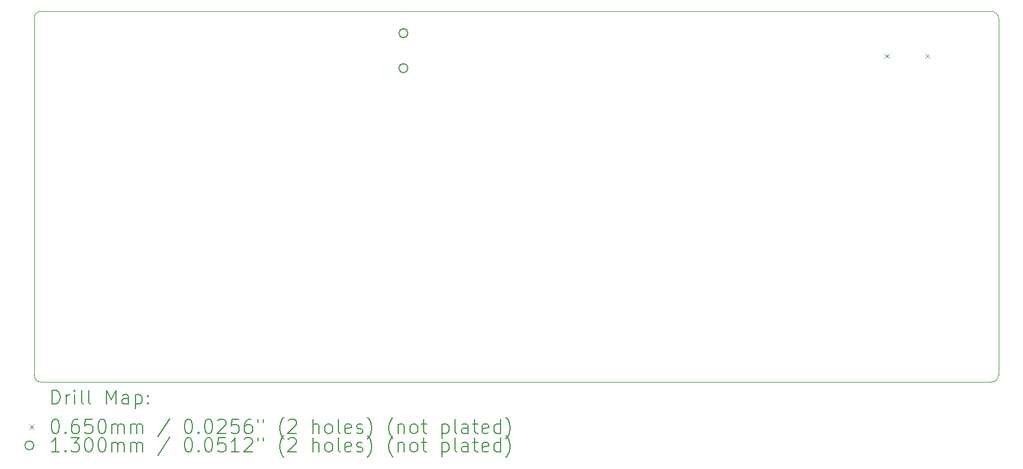
<source format=gbr>
%TF.GenerationSoftware,KiCad,Pcbnew,8.0.0*%
%TF.CreationDate,2024-11-14T18:35:39+01:00*%
%TF.ProjectId,nixie_alarm_main_board,6e697869-655f-4616-9c61-726d5f6d6169,rev?*%
%TF.SameCoordinates,Original*%
%TF.FileFunction,Drillmap*%
%TF.FilePolarity,Positive*%
%FSLAX45Y45*%
G04 Gerber Fmt 4.5, Leading zero omitted, Abs format (unit mm)*
G04 Created by KiCad (PCBNEW 8.0.0) date 2024-11-14 18:35:39*
%MOMM*%
%LPD*%
G01*
G04 APERTURE LIST*
%ADD10C,0.050000*%
%ADD11C,0.200000*%
%ADD12C,0.100000*%
%ADD13C,0.130000*%
G04 APERTURE END LIST*
D10*
X8790000Y-12650000D02*
G75*
G02*
X8690000Y-12550000I0J100000D01*
G01*
X8690000Y-7450000D02*
G75*
G02*
X8790000Y-7350000I100000J0D01*
G01*
X22390000Y-12650000D02*
X8790000Y-12650000D01*
X22490000Y-12550000D02*
G75*
G02*
X22390000Y-12650000I-100000J0D01*
G01*
X8790000Y-7350000D02*
X22390000Y-7350000D01*
X22390000Y-7350000D02*
G75*
G02*
X22490000Y-7450000I0J-100000D01*
G01*
X8690000Y-12550000D02*
X8690000Y-7450000D01*
X22490000Y-7450000D02*
X22490000Y-12550000D01*
D11*
D12*
X20863500Y-7956800D02*
X20928500Y-8021800D01*
X20928500Y-7956800D02*
X20863500Y-8021800D01*
X21441500Y-7956800D02*
X21506500Y-8021800D01*
X21506500Y-7956800D02*
X21441500Y-8021800D01*
D13*
X14040000Y-7662800D02*
G75*
G02*
X13910000Y-7662800I-65000J0D01*
G01*
X13910000Y-7662800D02*
G75*
G02*
X14040000Y-7662800I65000J0D01*
G01*
X14040000Y-8162800D02*
G75*
G02*
X13910000Y-8162800I-65000J0D01*
G01*
X13910000Y-8162800D02*
G75*
G02*
X14040000Y-8162800I65000J0D01*
G01*
D11*
X8948277Y-12963984D02*
X8948277Y-12763984D01*
X8948277Y-12763984D02*
X8995896Y-12763984D01*
X8995896Y-12763984D02*
X9024467Y-12773508D01*
X9024467Y-12773508D02*
X9043515Y-12792555D01*
X9043515Y-12792555D02*
X9053039Y-12811603D01*
X9053039Y-12811603D02*
X9062563Y-12849698D01*
X9062563Y-12849698D02*
X9062563Y-12878269D01*
X9062563Y-12878269D02*
X9053039Y-12916365D01*
X9053039Y-12916365D02*
X9043515Y-12935412D01*
X9043515Y-12935412D02*
X9024467Y-12954460D01*
X9024467Y-12954460D02*
X8995896Y-12963984D01*
X8995896Y-12963984D02*
X8948277Y-12963984D01*
X9148277Y-12963984D02*
X9148277Y-12830650D01*
X9148277Y-12868746D02*
X9157801Y-12849698D01*
X9157801Y-12849698D02*
X9167324Y-12840174D01*
X9167324Y-12840174D02*
X9186372Y-12830650D01*
X9186372Y-12830650D02*
X9205420Y-12830650D01*
X9272086Y-12963984D02*
X9272086Y-12830650D01*
X9272086Y-12763984D02*
X9262563Y-12773508D01*
X9262563Y-12773508D02*
X9272086Y-12783031D01*
X9272086Y-12783031D02*
X9281610Y-12773508D01*
X9281610Y-12773508D02*
X9272086Y-12763984D01*
X9272086Y-12763984D02*
X9272086Y-12783031D01*
X9395896Y-12963984D02*
X9376848Y-12954460D01*
X9376848Y-12954460D02*
X9367324Y-12935412D01*
X9367324Y-12935412D02*
X9367324Y-12763984D01*
X9500658Y-12963984D02*
X9481610Y-12954460D01*
X9481610Y-12954460D02*
X9472086Y-12935412D01*
X9472086Y-12935412D02*
X9472086Y-12763984D01*
X9729229Y-12963984D02*
X9729229Y-12763984D01*
X9729229Y-12763984D02*
X9795896Y-12906841D01*
X9795896Y-12906841D02*
X9862563Y-12763984D01*
X9862563Y-12763984D02*
X9862563Y-12963984D01*
X10043515Y-12963984D02*
X10043515Y-12859222D01*
X10043515Y-12859222D02*
X10033991Y-12840174D01*
X10033991Y-12840174D02*
X10014944Y-12830650D01*
X10014944Y-12830650D02*
X9976848Y-12830650D01*
X9976848Y-12830650D02*
X9957801Y-12840174D01*
X10043515Y-12954460D02*
X10024467Y-12963984D01*
X10024467Y-12963984D02*
X9976848Y-12963984D01*
X9976848Y-12963984D02*
X9957801Y-12954460D01*
X9957801Y-12954460D02*
X9948277Y-12935412D01*
X9948277Y-12935412D02*
X9948277Y-12916365D01*
X9948277Y-12916365D02*
X9957801Y-12897317D01*
X9957801Y-12897317D02*
X9976848Y-12887793D01*
X9976848Y-12887793D02*
X10024467Y-12887793D01*
X10024467Y-12887793D02*
X10043515Y-12878269D01*
X10138753Y-12830650D02*
X10138753Y-13030650D01*
X10138753Y-12840174D02*
X10157801Y-12830650D01*
X10157801Y-12830650D02*
X10195896Y-12830650D01*
X10195896Y-12830650D02*
X10214944Y-12840174D01*
X10214944Y-12840174D02*
X10224467Y-12849698D01*
X10224467Y-12849698D02*
X10233991Y-12868746D01*
X10233991Y-12868746D02*
X10233991Y-12925888D01*
X10233991Y-12925888D02*
X10224467Y-12944936D01*
X10224467Y-12944936D02*
X10214944Y-12954460D01*
X10214944Y-12954460D02*
X10195896Y-12963984D01*
X10195896Y-12963984D02*
X10157801Y-12963984D01*
X10157801Y-12963984D02*
X10138753Y-12954460D01*
X10319705Y-12944936D02*
X10329229Y-12954460D01*
X10329229Y-12954460D02*
X10319705Y-12963984D01*
X10319705Y-12963984D02*
X10310182Y-12954460D01*
X10310182Y-12954460D02*
X10319705Y-12944936D01*
X10319705Y-12944936D02*
X10319705Y-12963984D01*
X10319705Y-12840174D02*
X10329229Y-12849698D01*
X10329229Y-12849698D02*
X10319705Y-12859222D01*
X10319705Y-12859222D02*
X10310182Y-12849698D01*
X10310182Y-12849698D02*
X10319705Y-12840174D01*
X10319705Y-12840174D02*
X10319705Y-12859222D01*
D12*
X8622500Y-13260000D02*
X8687500Y-13325000D01*
X8687500Y-13260000D02*
X8622500Y-13325000D01*
D11*
X8986372Y-13183984D02*
X9005420Y-13183984D01*
X9005420Y-13183984D02*
X9024467Y-13193508D01*
X9024467Y-13193508D02*
X9033991Y-13203031D01*
X9033991Y-13203031D02*
X9043515Y-13222079D01*
X9043515Y-13222079D02*
X9053039Y-13260174D01*
X9053039Y-13260174D02*
X9053039Y-13307793D01*
X9053039Y-13307793D02*
X9043515Y-13345888D01*
X9043515Y-13345888D02*
X9033991Y-13364936D01*
X9033991Y-13364936D02*
X9024467Y-13374460D01*
X9024467Y-13374460D02*
X9005420Y-13383984D01*
X9005420Y-13383984D02*
X8986372Y-13383984D01*
X8986372Y-13383984D02*
X8967324Y-13374460D01*
X8967324Y-13374460D02*
X8957801Y-13364936D01*
X8957801Y-13364936D02*
X8948277Y-13345888D01*
X8948277Y-13345888D02*
X8938753Y-13307793D01*
X8938753Y-13307793D02*
X8938753Y-13260174D01*
X8938753Y-13260174D02*
X8948277Y-13222079D01*
X8948277Y-13222079D02*
X8957801Y-13203031D01*
X8957801Y-13203031D02*
X8967324Y-13193508D01*
X8967324Y-13193508D02*
X8986372Y-13183984D01*
X9138753Y-13364936D02*
X9148277Y-13374460D01*
X9148277Y-13374460D02*
X9138753Y-13383984D01*
X9138753Y-13383984D02*
X9129229Y-13374460D01*
X9129229Y-13374460D02*
X9138753Y-13364936D01*
X9138753Y-13364936D02*
X9138753Y-13383984D01*
X9319705Y-13183984D02*
X9281610Y-13183984D01*
X9281610Y-13183984D02*
X9262563Y-13193508D01*
X9262563Y-13193508D02*
X9253039Y-13203031D01*
X9253039Y-13203031D02*
X9233991Y-13231603D01*
X9233991Y-13231603D02*
X9224467Y-13269698D01*
X9224467Y-13269698D02*
X9224467Y-13345888D01*
X9224467Y-13345888D02*
X9233991Y-13364936D01*
X9233991Y-13364936D02*
X9243515Y-13374460D01*
X9243515Y-13374460D02*
X9262563Y-13383984D01*
X9262563Y-13383984D02*
X9300658Y-13383984D01*
X9300658Y-13383984D02*
X9319705Y-13374460D01*
X9319705Y-13374460D02*
X9329229Y-13364936D01*
X9329229Y-13364936D02*
X9338753Y-13345888D01*
X9338753Y-13345888D02*
X9338753Y-13298269D01*
X9338753Y-13298269D02*
X9329229Y-13279222D01*
X9329229Y-13279222D02*
X9319705Y-13269698D01*
X9319705Y-13269698D02*
X9300658Y-13260174D01*
X9300658Y-13260174D02*
X9262563Y-13260174D01*
X9262563Y-13260174D02*
X9243515Y-13269698D01*
X9243515Y-13269698D02*
X9233991Y-13279222D01*
X9233991Y-13279222D02*
X9224467Y-13298269D01*
X9519705Y-13183984D02*
X9424467Y-13183984D01*
X9424467Y-13183984D02*
X9414944Y-13279222D01*
X9414944Y-13279222D02*
X9424467Y-13269698D01*
X9424467Y-13269698D02*
X9443515Y-13260174D01*
X9443515Y-13260174D02*
X9491134Y-13260174D01*
X9491134Y-13260174D02*
X9510182Y-13269698D01*
X9510182Y-13269698D02*
X9519705Y-13279222D01*
X9519705Y-13279222D02*
X9529229Y-13298269D01*
X9529229Y-13298269D02*
X9529229Y-13345888D01*
X9529229Y-13345888D02*
X9519705Y-13364936D01*
X9519705Y-13364936D02*
X9510182Y-13374460D01*
X9510182Y-13374460D02*
X9491134Y-13383984D01*
X9491134Y-13383984D02*
X9443515Y-13383984D01*
X9443515Y-13383984D02*
X9424467Y-13374460D01*
X9424467Y-13374460D02*
X9414944Y-13364936D01*
X9653039Y-13183984D02*
X9672086Y-13183984D01*
X9672086Y-13183984D02*
X9691134Y-13193508D01*
X9691134Y-13193508D02*
X9700658Y-13203031D01*
X9700658Y-13203031D02*
X9710182Y-13222079D01*
X9710182Y-13222079D02*
X9719705Y-13260174D01*
X9719705Y-13260174D02*
X9719705Y-13307793D01*
X9719705Y-13307793D02*
X9710182Y-13345888D01*
X9710182Y-13345888D02*
X9700658Y-13364936D01*
X9700658Y-13364936D02*
X9691134Y-13374460D01*
X9691134Y-13374460D02*
X9672086Y-13383984D01*
X9672086Y-13383984D02*
X9653039Y-13383984D01*
X9653039Y-13383984D02*
X9633991Y-13374460D01*
X9633991Y-13374460D02*
X9624467Y-13364936D01*
X9624467Y-13364936D02*
X9614944Y-13345888D01*
X9614944Y-13345888D02*
X9605420Y-13307793D01*
X9605420Y-13307793D02*
X9605420Y-13260174D01*
X9605420Y-13260174D02*
X9614944Y-13222079D01*
X9614944Y-13222079D02*
X9624467Y-13203031D01*
X9624467Y-13203031D02*
X9633991Y-13193508D01*
X9633991Y-13193508D02*
X9653039Y-13183984D01*
X9805420Y-13383984D02*
X9805420Y-13250650D01*
X9805420Y-13269698D02*
X9814944Y-13260174D01*
X9814944Y-13260174D02*
X9833991Y-13250650D01*
X9833991Y-13250650D02*
X9862563Y-13250650D01*
X9862563Y-13250650D02*
X9881610Y-13260174D01*
X9881610Y-13260174D02*
X9891134Y-13279222D01*
X9891134Y-13279222D02*
X9891134Y-13383984D01*
X9891134Y-13279222D02*
X9900658Y-13260174D01*
X9900658Y-13260174D02*
X9919705Y-13250650D01*
X9919705Y-13250650D02*
X9948277Y-13250650D01*
X9948277Y-13250650D02*
X9967325Y-13260174D01*
X9967325Y-13260174D02*
X9976848Y-13279222D01*
X9976848Y-13279222D02*
X9976848Y-13383984D01*
X10072086Y-13383984D02*
X10072086Y-13250650D01*
X10072086Y-13269698D02*
X10081610Y-13260174D01*
X10081610Y-13260174D02*
X10100658Y-13250650D01*
X10100658Y-13250650D02*
X10129229Y-13250650D01*
X10129229Y-13250650D02*
X10148277Y-13260174D01*
X10148277Y-13260174D02*
X10157801Y-13279222D01*
X10157801Y-13279222D02*
X10157801Y-13383984D01*
X10157801Y-13279222D02*
X10167325Y-13260174D01*
X10167325Y-13260174D02*
X10186372Y-13250650D01*
X10186372Y-13250650D02*
X10214944Y-13250650D01*
X10214944Y-13250650D02*
X10233991Y-13260174D01*
X10233991Y-13260174D02*
X10243515Y-13279222D01*
X10243515Y-13279222D02*
X10243515Y-13383984D01*
X10633991Y-13174460D02*
X10462563Y-13431603D01*
X10891134Y-13183984D02*
X10910182Y-13183984D01*
X10910182Y-13183984D02*
X10929229Y-13193508D01*
X10929229Y-13193508D02*
X10938753Y-13203031D01*
X10938753Y-13203031D02*
X10948277Y-13222079D01*
X10948277Y-13222079D02*
X10957801Y-13260174D01*
X10957801Y-13260174D02*
X10957801Y-13307793D01*
X10957801Y-13307793D02*
X10948277Y-13345888D01*
X10948277Y-13345888D02*
X10938753Y-13364936D01*
X10938753Y-13364936D02*
X10929229Y-13374460D01*
X10929229Y-13374460D02*
X10910182Y-13383984D01*
X10910182Y-13383984D02*
X10891134Y-13383984D01*
X10891134Y-13383984D02*
X10872087Y-13374460D01*
X10872087Y-13374460D02*
X10862563Y-13364936D01*
X10862563Y-13364936D02*
X10853039Y-13345888D01*
X10853039Y-13345888D02*
X10843515Y-13307793D01*
X10843515Y-13307793D02*
X10843515Y-13260174D01*
X10843515Y-13260174D02*
X10853039Y-13222079D01*
X10853039Y-13222079D02*
X10862563Y-13203031D01*
X10862563Y-13203031D02*
X10872087Y-13193508D01*
X10872087Y-13193508D02*
X10891134Y-13183984D01*
X11043515Y-13364936D02*
X11053039Y-13374460D01*
X11053039Y-13374460D02*
X11043515Y-13383984D01*
X11043515Y-13383984D02*
X11033991Y-13374460D01*
X11033991Y-13374460D02*
X11043515Y-13364936D01*
X11043515Y-13364936D02*
X11043515Y-13383984D01*
X11176848Y-13183984D02*
X11195896Y-13183984D01*
X11195896Y-13183984D02*
X11214944Y-13193508D01*
X11214944Y-13193508D02*
X11224467Y-13203031D01*
X11224467Y-13203031D02*
X11233991Y-13222079D01*
X11233991Y-13222079D02*
X11243515Y-13260174D01*
X11243515Y-13260174D02*
X11243515Y-13307793D01*
X11243515Y-13307793D02*
X11233991Y-13345888D01*
X11233991Y-13345888D02*
X11224467Y-13364936D01*
X11224467Y-13364936D02*
X11214944Y-13374460D01*
X11214944Y-13374460D02*
X11195896Y-13383984D01*
X11195896Y-13383984D02*
X11176848Y-13383984D01*
X11176848Y-13383984D02*
X11157801Y-13374460D01*
X11157801Y-13374460D02*
X11148277Y-13364936D01*
X11148277Y-13364936D02*
X11138753Y-13345888D01*
X11138753Y-13345888D02*
X11129229Y-13307793D01*
X11129229Y-13307793D02*
X11129229Y-13260174D01*
X11129229Y-13260174D02*
X11138753Y-13222079D01*
X11138753Y-13222079D02*
X11148277Y-13203031D01*
X11148277Y-13203031D02*
X11157801Y-13193508D01*
X11157801Y-13193508D02*
X11176848Y-13183984D01*
X11319706Y-13203031D02*
X11329229Y-13193508D01*
X11329229Y-13193508D02*
X11348277Y-13183984D01*
X11348277Y-13183984D02*
X11395896Y-13183984D01*
X11395896Y-13183984D02*
X11414944Y-13193508D01*
X11414944Y-13193508D02*
X11424467Y-13203031D01*
X11424467Y-13203031D02*
X11433991Y-13222079D01*
X11433991Y-13222079D02*
X11433991Y-13241127D01*
X11433991Y-13241127D02*
X11424467Y-13269698D01*
X11424467Y-13269698D02*
X11310182Y-13383984D01*
X11310182Y-13383984D02*
X11433991Y-13383984D01*
X11614944Y-13183984D02*
X11519706Y-13183984D01*
X11519706Y-13183984D02*
X11510182Y-13279222D01*
X11510182Y-13279222D02*
X11519706Y-13269698D01*
X11519706Y-13269698D02*
X11538753Y-13260174D01*
X11538753Y-13260174D02*
X11586372Y-13260174D01*
X11586372Y-13260174D02*
X11605420Y-13269698D01*
X11605420Y-13269698D02*
X11614944Y-13279222D01*
X11614944Y-13279222D02*
X11624467Y-13298269D01*
X11624467Y-13298269D02*
X11624467Y-13345888D01*
X11624467Y-13345888D02*
X11614944Y-13364936D01*
X11614944Y-13364936D02*
X11605420Y-13374460D01*
X11605420Y-13374460D02*
X11586372Y-13383984D01*
X11586372Y-13383984D02*
X11538753Y-13383984D01*
X11538753Y-13383984D02*
X11519706Y-13374460D01*
X11519706Y-13374460D02*
X11510182Y-13364936D01*
X11795896Y-13183984D02*
X11757801Y-13183984D01*
X11757801Y-13183984D02*
X11738753Y-13193508D01*
X11738753Y-13193508D02*
X11729229Y-13203031D01*
X11729229Y-13203031D02*
X11710182Y-13231603D01*
X11710182Y-13231603D02*
X11700658Y-13269698D01*
X11700658Y-13269698D02*
X11700658Y-13345888D01*
X11700658Y-13345888D02*
X11710182Y-13364936D01*
X11710182Y-13364936D02*
X11719706Y-13374460D01*
X11719706Y-13374460D02*
X11738753Y-13383984D01*
X11738753Y-13383984D02*
X11776848Y-13383984D01*
X11776848Y-13383984D02*
X11795896Y-13374460D01*
X11795896Y-13374460D02*
X11805420Y-13364936D01*
X11805420Y-13364936D02*
X11814944Y-13345888D01*
X11814944Y-13345888D02*
X11814944Y-13298269D01*
X11814944Y-13298269D02*
X11805420Y-13279222D01*
X11805420Y-13279222D02*
X11795896Y-13269698D01*
X11795896Y-13269698D02*
X11776848Y-13260174D01*
X11776848Y-13260174D02*
X11738753Y-13260174D01*
X11738753Y-13260174D02*
X11719706Y-13269698D01*
X11719706Y-13269698D02*
X11710182Y-13279222D01*
X11710182Y-13279222D02*
X11700658Y-13298269D01*
X11891134Y-13183984D02*
X11891134Y-13222079D01*
X11967325Y-13183984D02*
X11967325Y-13222079D01*
X12262563Y-13460174D02*
X12253039Y-13450650D01*
X12253039Y-13450650D02*
X12233991Y-13422079D01*
X12233991Y-13422079D02*
X12224468Y-13403031D01*
X12224468Y-13403031D02*
X12214944Y-13374460D01*
X12214944Y-13374460D02*
X12205420Y-13326841D01*
X12205420Y-13326841D02*
X12205420Y-13288746D01*
X12205420Y-13288746D02*
X12214944Y-13241127D01*
X12214944Y-13241127D02*
X12224468Y-13212555D01*
X12224468Y-13212555D02*
X12233991Y-13193508D01*
X12233991Y-13193508D02*
X12253039Y-13164936D01*
X12253039Y-13164936D02*
X12262563Y-13155412D01*
X12329229Y-13203031D02*
X12338753Y-13193508D01*
X12338753Y-13193508D02*
X12357801Y-13183984D01*
X12357801Y-13183984D02*
X12405420Y-13183984D01*
X12405420Y-13183984D02*
X12424468Y-13193508D01*
X12424468Y-13193508D02*
X12433991Y-13203031D01*
X12433991Y-13203031D02*
X12443515Y-13222079D01*
X12443515Y-13222079D02*
X12443515Y-13241127D01*
X12443515Y-13241127D02*
X12433991Y-13269698D01*
X12433991Y-13269698D02*
X12319706Y-13383984D01*
X12319706Y-13383984D02*
X12443515Y-13383984D01*
X12681610Y-13383984D02*
X12681610Y-13183984D01*
X12767325Y-13383984D02*
X12767325Y-13279222D01*
X12767325Y-13279222D02*
X12757801Y-13260174D01*
X12757801Y-13260174D02*
X12738753Y-13250650D01*
X12738753Y-13250650D02*
X12710182Y-13250650D01*
X12710182Y-13250650D02*
X12691134Y-13260174D01*
X12691134Y-13260174D02*
X12681610Y-13269698D01*
X12891134Y-13383984D02*
X12872087Y-13374460D01*
X12872087Y-13374460D02*
X12862563Y-13364936D01*
X12862563Y-13364936D02*
X12853039Y-13345888D01*
X12853039Y-13345888D02*
X12853039Y-13288746D01*
X12853039Y-13288746D02*
X12862563Y-13269698D01*
X12862563Y-13269698D02*
X12872087Y-13260174D01*
X12872087Y-13260174D02*
X12891134Y-13250650D01*
X12891134Y-13250650D02*
X12919706Y-13250650D01*
X12919706Y-13250650D02*
X12938753Y-13260174D01*
X12938753Y-13260174D02*
X12948277Y-13269698D01*
X12948277Y-13269698D02*
X12957801Y-13288746D01*
X12957801Y-13288746D02*
X12957801Y-13345888D01*
X12957801Y-13345888D02*
X12948277Y-13364936D01*
X12948277Y-13364936D02*
X12938753Y-13374460D01*
X12938753Y-13374460D02*
X12919706Y-13383984D01*
X12919706Y-13383984D02*
X12891134Y-13383984D01*
X13072087Y-13383984D02*
X13053039Y-13374460D01*
X13053039Y-13374460D02*
X13043515Y-13355412D01*
X13043515Y-13355412D02*
X13043515Y-13183984D01*
X13224468Y-13374460D02*
X13205420Y-13383984D01*
X13205420Y-13383984D02*
X13167325Y-13383984D01*
X13167325Y-13383984D02*
X13148277Y-13374460D01*
X13148277Y-13374460D02*
X13138753Y-13355412D01*
X13138753Y-13355412D02*
X13138753Y-13279222D01*
X13138753Y-13279222D02*
X13148277Y-13260174D01*
X13148277Y-13260174D02*
X13167325Y-13250650D01*
X13167325Y-13250650D02*
X13205420Y-13250650D01*
X13205420Y-13250650D02*
X13224468Y-13260174D01*
X13224468Y-13260174D02*
X13233991Y-13279222D01*
X13233991Y-13279222D02*
X13233991Y-13298269D01*
X13233991Y-13298269D02*
X13138753Y-13317317D01*
X13310182Y-13374460D02*
X13329230Y-13383984D01*
X13329230Y-13383984D02*
X13367325Y-13383984D01*
X13367325Y-13383984D02*
X13386372Y-13374460D01*
X13386372Y-13374460D02*
X13395896Y-13355412D01*
X13395896Y-13355412D02*
X13395896Y-13345888D01*
X13395896Y-13345888D02*
X13386372Y-13326841D01*
X13386372Y-13326841D02*
X13367325Y-13317317D01*
X13367325Y-13317317D02*
X13338753Y-13317317D01*
X13338753Y-13317317D02*
X13319706Y-13307793D01*
X13319706Y-13307793D02*
X13310182Y-13288746D01*
X13310182Y-13288746D02*
X13310182Y-13279222D01*
X13310182Y-13279222D02*
X13319706Y-13260174D01*
X13319706Y-13260174D02*
X13338753Y-13250650D01*
X13338753Y-13250650D02*
X13367325Y-13250650D01*
X13367325Y-13250650D02*
X13386372Y-13260174D01*
X13462563Y-13460174D02*
X13472087Y-13450650D01*
X13472087Y-13450650D02*
X13491134Y-13422079D01*
X13491134Y-13422079D02*
X13500658Y-13403031D01*
X13500658Y-13403031D02*
X13510182Y-13374460D01*
X13510182Y-13374460D02*
X13519706Y-13326841D01*
X13519706Y-13326841D02*
X13519706Y-13288746D01*
X13519706Y-13288746D02*
X13510182Y-13241127D01*
X13510182Y-13241127D02*
X13500658Y-13212555D01*
X13500658Y-13212555D02*
X13491134Y-13193508D01*
X13491134Y-13193508D02*
X13472087Y-13164936D01*
X13472087Y-13164936D02*
X13462563Y-13155412D01*
X13824468Y-13460174D02*
X13814944Y-13450650D01*
X13814944Y-13450650D02*
X13795896Y-13422079D01*
X13795896Y-13422079D02*
X13786372Y-13403031D01*
X13786372Y-13403031D02*
X13776849Y-13374460D01*
X13776849Y-13374460D02*
X13767325Y-13326841D01*
X13767325Y-13326841D02*
X13767325Y-13288746D01*
X13767325Y-13288746D02*
X13776849Y-13241127D01*
X13776849Y-13241127D02*
X13786372Y-13212555D01*
X13786372Y-13212555D02*
X13795896Y-13193508D01*
X13795896Y-13193508D02*
X13814944Y-13164936D01*
X13814944Y-13164936D02*
X13824468Y-13155412D01*
X13900658Y-13250650D02*
X13900658Y-13383984D01*
X13900658Y-13269698D02*
X13910182Y-13260174D01*
X13910182Y-13260174D02*
X13929230Y-13250650D01*
X13929230Y-13250650D02*
X13957801Y-13250650D01*
X13957801Y-13250650D02*
X13976849Y-13260174D01*
X13976849Y-13260174D02*
X13986372Y-13279222D01*
X13986372Y-13279222D02*
X13986372Y-13383984D01*
X14110182Y-13383984D02*
X14091134Y-13374460D01*
X14091134Y-13374460D02*
X14081611Y-13364936D01*
X14081611Y-13364936D02*
X14072087Y-13345888D01*
X14072087Y-13345888D02*
X14072087Y-13288746D01*
X14072087Y-13288746D02*
X14081611Y-13269698D01*
X14081611Y-13269698D02*
X14091134Y-13260174D01*
X14091134Y-13260174D02*
X14110182Y-13250650D01*
X14110182Y-13250650D02*
X14138753Y-13250650D01*
X14138753Y-13250650D02*
X14157801Y-13260174D01*
X14157801Y-13260174D02*
X14167325Y-13269698D01*
X14167325Y-13269698D02*
X14176849Y-13288746D01*
X14176849Y-13288746D02*
X14176849Y-13345888D01*
X14176849Y-13345888D02*
X14167325Y-13364936D01*
X14167325Y-13364936D02*
X14157801Y-13374460D01*
X14157801Y-13374460D02*
X14138753Y-13383984D01*
X14138753Y-13383984D02*
X14110182Y-13383984D01*
X14233992Y-13250650D02*
X14310182Y-13250650D01*
X14262563Y-13183984D02*
X14262563Y-13355412D01*
X14262563Y-13355412D02*
X14272087Y-13374460D01*
X14272087Y-13374460D02*
X14291134Y-13383984D01*
X14291134Y-13383984D02*
X14310182Y-13383984D01*
X14529230Y-13250650D02*
X14529230Y-13450650D01*
X14529230Y-13260174D02*
X14548277Y-13250650D01*
X14548277Y-13250650D02*
X14586373Y-13250650D01*
X14586373Y-13250650D02*
X14605420Y-13260174D01*
X14605420Y-13260174D02*
X14614944Y-13269698D01*
X14614944Y-13269698D02*
X14624468Y-13288746D01*
X14624468Y-13288746D02*
X14624468Y-13345888D01*
X14624468Y-13345888D02*
X14614944Y-13364936D01*
X14614944Y-13364936D02*
X14605420Y-13374460D01*
X14605420Y-13374460D02*
X14586373Y-13383984D01*
X14586373Y-13383984D02*
X14548277Y-13383984D01*
X14548277Y-13383984D02*
X14529230Y-13374460D01*
X14738753Y-13383984D02*
X14719706Y-13374460D01*
X14719706Y-13374460D02*
X14710182Y-13355412D01*
X14710182Y-13355412D02*
X14710182Y-13183984D01*
X14900658Y-13383984D02*
X14900658Y-13279222D01*
X14900658Y-13279222D02*
X14891134Y-13260174D01*
X14891134Y-13260174D02*
X14872087Y-13250650D01*
X14872087Y-13250650D02*
X14833992Y-13250650D01*
X14833992Y-13250650D02*
X14814944Y-13260174D01*
X14900658Y-13374460D02*
X14881611Y-13383984D01*
X14881611Y-13383984D02*
X14833992Y-13383984D01*
X14833992Y-13383984D02*
X14814944Y-13374460D01*
X14814944Y-13374460D02*
X14805420Y-13355412D01*
X14805420Y-13355412D02*
X14805420Y-13336365D01*
X14805420Y-13336365D02*
X14814944Y-13317317D01*
X14814944Y-13317317D02*
X14833992Y-13307793D01*
X14833992Y-13307793D02*
X14881611Y-13307793D01*
X14881611Y-13307793D02*
X14900658Y-13298269D01*
X14967325Y-13250650D02*
X15043515Y-13250650D01*
X14995896Y-13183984D02*
X14995896Y-13355412D01*
X14995896Y-13355412D02*
X15005420Y-13374460D01*
X15005420Y-13374460D02*
X15024468Y-13383984D01*
X15024468Y-13383984D02*
X15043515Y-13383984D01*
X15186373Y-13374460D02*
X15167325Y-13383984D01*
X15167325Y-13383984D02*
X15129230Y-13383984D01*
X15129230Y-13383984D02*
X15110182Y-13374460D01*
X15110182Y-13374460D02*
X15100658Y-13355412D01*
X15100658Y-13355412D02*
X15100658Y-13279222D01*
X15100658Y-13279222D02*
X15110182Y-13260174D01*
X15110182Y-13260174D02*
X15129230Y-13250650D01*
X15129230Y-13250650D02*
X15167325Y-13250650D01*
X15167325Y-13250650D02*
X15186373Y-13260174D01*
X15186373Y-13260174D02*
X15195896Y-13279222D01*
X15195896Y-13279222D02*
X15195896Y-13298269D01*
X15195896Y-13298269D02*
X15100658Y-13317317D01*
X15367325Y-13383984D02*
X15367325Y-13183984D01*
X15367325Y-13374460D02*
X15348277Y-13383984D01*
X15348277Y-13383984D02*
X15310182Y-13383984D01*
X15310182Y-13383984D02*
X15291134Y-13374460D01*
X15291134Y-13374460D02*
X15281611Y-13364936D01*
X15281611Y-13364936D02*
X15272087Y-13345888D01*
X15272087Y-13345888D02*
X15272087Y-13288746D01*
X15272087Y-13288746D02*
X15281611Y-13269698D01*
X15281611Y-13269698D02*
X15291134Y-13260174D01*
X15291134Y-13260174D02*
X15310182Y-13250650D01*
X15310182Y-13250650D02*
X15348277Y-13250650D01*
X15348277Y-13250650D02*
X15367325Y-13260174D01*
X15443515Y-13460174D02*
X15453039Y-13450650D01*
X15453039Y-13450650D02*
X15472087Y-13422079D01*
X15472087Y-13422079D02*
X15481611Y-13403031D01*
X15481611Y-13403031D02*
X15491134Y-13374460D01*
X15491134Y-13374460D02*
X15500658Y-13326841D01*
X15500658Y-13326841D02*
X15500658Y-13288746D01*
X15500658Y-13288746D02*
X15491134Y-13241127D01*
X15491134Y-13241127D02*
X15481611Y-13212555D01*
X15481611Y-13212555D02*
X15472087Y-13193508D01*
X15472087Y-13193508D02*
X15453039Y-13164936D01*
X15453039Y-13164936D02*
X15443515Y-13155412D01*
D13*
X8687500Y-13556500D02*
G75*
G02*
X8557500Y-13556500I-65000J0D01*
G01*
X8557500Y-13556500D02*
G75*
G02*
X8687500Y-13556500I65000J0D01*
G01*
D11*
X9053039Y-13647984D02*
X8938753Y-13647984D01*
X8995896Y-13647984D02*
X8995896Y-13447984D01*
X8995896Y-13447984D02*
X8976848Y-13476555D01*
X8976848Y-13476555D02*
X8957801Y-13495603D01*
X8957801Y-13495603D02*
X8938753Y-13505127D01*
X9138753Y-13628936D02*
X9148277Y-13638460D01*
X9148277Y-13638460D02*
X9138753Y-13647984D01*
X9138753Y-13647984D02*
X9129229Y-13638460D01*
X9129229Y-13638460D02*
X9138753Y-13628936D01*
X9138753Y-13628936D02*
X9138753Y-13647984D01*
X9214944Y-13447984D02*
X9338753Y-13447984D01*
X9338753Y-13447984D02*
X9272086Y-13524174D01*
X9272086Y-13524174D02*
X9300658Y-13524174D01*
X9300658Y-13524174D02*
X9319705Y-13533698D01*
X9319705Y-13533698D02*
X9329229Y-13543222D01*
X9329229Y-13543222D02*
X9338753Y-13562269D01*
X9338753Y-13562269D02*
X9338753Y-13609888D01*
X9338753Y-13609888D02*
X9329229Y-13628936D01*
X9329229Y-13628936D02*
X9319705Y-13638460D01*
X9319705Y-13638460D02*
X9300658Y-13647984D01*
X9300658Y-13647984D02*
X9243515Y-13647984D01*
X9243515Y-13647984D02*
X9224467Y-13638460D01*
X9224467Y-13638460D02*
X9214944Y-13628936D01*
X9462563Y-13447984D02*
X9481610Y-13447984D01*
X9481610Y-13447984D02*
X9500658Y-13457508D01*
X9500658Y-13457508D02*
X9510182Y-13467031D01*
X9510182Y-13467031D02*
X9519705Y-13486079D01*
X9519705Y-13486079D02*
X9529229Y-13524174D01*
X9529229Y-13524174D02*
X9529229Y-13571793D01*
X9529229Y-13571793D02*
X9519705Y-13609888D01*
X9519705Y-13609888D02*
X9510182Y-13628936D01*
X9510182Y-13628936D02*
X9500658Y-13638460D01*
X9500658Y-13638460D02*
X9481610Y-13647984D01*
X9481610Y-13647984D02*
X9462563Y-13647984D01*
X9462563Y-13647984D02*
X9443515Y-13638460D01*
X9443515Y-13638460D02*
X9433991Y-13628936D01*
X9433991Y-13628936D02*
X9424467Y-13609888D01*
X9424467Y-13609888D02*
X9414944Y-13571793D01*
X9414944Y-13571793D02*
X9414944Y-13524174D01*
X9414944Y-13524174D02*
X9424467Y-13486079D01*
X9424467Y-13486079D02*
X9433991Y-13467031D01*
X9433991Y-13467031D02*
X9443515Y-13457508D01*
X9443515Y-13457508D02*
X9462563Y-13447984D01*
X9653039Y-13447984D02*
X9672086Y-13447984D01*
X9672086Y-13447984D02*
X9691134Y-13457508D01*
X9691134Y-13457508D02*
X9700658Y-13467031D01*
X9700658Y-13467031D02*
X9710182Y-13486079D01*
X9710182Y-13486079D02*
X9719705Y-13524174D01*
X9719705Y-13524174D02*
X9719705Y-13571793D01*
X9719705Y-13571793D02*
X9710182Y-13609888D01*
X9710182Y-13609888D02*
X9700658Y-13628936D01*
X9700658Y-13628936D02*
X9691134Y-13638460D01*
X9691134Y-13638460D02*
X9672086Y-13647984D01*
X9672086Y-13647984D02*
X9653039Y-13647984D01*
X9653039Y-13647984D02*
X9633991Y-13638460D01*
X9633991Y-13638460D02*
X9624467Y-13628936D01*
X9624467Y-13628936D02*
X9614944Y-13609888D01*
X9614944Y-13609888D02*
X9605420Y-13571793D01*
X9605420Y-13571793D02*
X9605420Y-13524174D01*
X9605420Y-13524174D02*
X9614944Y-13486079D01*
X9614944Y-13486079D02*
X9624467Y-13467031D01*
X9624467Y-13467031D02*
X9633991Y-13457508D01*
X9633991Y-13457508D02*
X9653039Y-13447984D01*
X9805420Y-13647984D02*
X9805420Y-13514650D01*
X9805420Y-13533698D02*
X9814944Y-13524174D01*
X9814944Y-13524174D02*
X9833991Y-13514650D01*
X9833991Y-13514650D02*
X9862563Y-13514650D01*
X9862563Y-13514650D02*
X9881610Y-13524174D01*
X9881610Y-13524174D02*
X9891134Y-13543222D01*
X9891134Y-13543222D02*
X9891134Y-13647984D01*
X9891134Y-13543222D02*
X9900658Y-13524174D01*
X9900658Y-13524174D02*
X9919705Y-13514650D01*
X9919705Y-13514650D02*
X9948277Y-13514650D01*
X9948277Y-13514650D02*
X9967325Y-13524174D01*
X9967325Y-13524174D02*
X9976848Y-13543222D01*
X9976848Y-13543222D02*
X9976848Y-13647984D01*
X10072086Y-13647984D02*
X10072086Y-13514650D01*
X10072086Y-13533698D02*
X10081610Y-13524174D01*
X10081610Y-13524174D02*
X10100658Y-13514650D01*
X10100658Y-13514650D02*
X10129229Y-13514650D01*
X10129229Y-13514650D02*
X10148277Y-13524174D01*
X10148277Y-13524174D02*
X10157801Y-13543222D01*
X10157801Y-13543222D02*
X10157801Y-13647984D01*
X10157801Y-13543222D02*
X10167325Y-13524174D01*
X10167325Y-13524174D02*
X10186372Y-13514650D01*
X10186372Y-13514650D02*
X10214944Y-13514650D01*
X10214944Y-13514650D02*
X10233991Y-13524174D01*
X10233991Y-13524174D02*
X10243515Y-13543222D01*
X10243515Y-13543222D02*
X10243515Y-13647984D01*
X10633991Y-13438460D02*
X10462563Y-13695603D01*
X10891134Y-13447984D02*
X10910182Y-13447984D01*
X10910182Y-13447984D02*
X10929229Y-13457508D01*
X10929229Y-13457508D02*
X10938753Y-13467031D01*
X10938753Y-13467031D02*
X10948277Y-13486079D01*
X10948277Y-13486079D02*
X10957801Y-13524174D01*
X10957801Y-13524174D02*
X10957801Y-13571793D01*
X10957801Y-13571793D02*
X10948277Y-13609888D01*
X10948277Y-13609888D02*
X10938753Y-13628936D01*
X10938753Y-13628936D02*
X10929229Y-13638460D01*
X10929229Y-13638460D02*
X10910182Y-13647984D01*
X10910182Y-13647984D02*
X10891134Y-13647984D01*
X10891134Y-13647984D02*
X10872087Y-13638460D01*
X10872087Y-13638460D02*
X10862563Y-13628936D01*
X10862563Y-13628936D02*
X10853039Y-13609888D01*
X10853039Y-13609888D02*
X10843515Y-13571793D01*
X10843515Y-13571793D02*
X10843515Y-13524174D01*
X10843515Y-13524174D02*
X10853039Y-13486079D01*
X10853039Y-13486079D02*
X10862563Y-13467031D01*
X10862563Y-13467031D02*
X10872087Y-13457508D01*
X10872087Y-13457508D02*
X10891134Y-13447984D01*
X11043515Y-13628936D02*
X11053039Y-13638460D01*
X11053039Y-13638460D02*
X11043515Y-13647984D01*
X11043515Y-13647984D02*
X11033991Y-13638460D01*
X11033991Y-13638460D02*
X11043515Y-13628936D01*
X11043515Y-13628936D02*
X11043515Y-13647984D01*
X11176848Y-13447984D02*
X11195896Y-13447984D01*
X11195896Y-13447984D02*
X11214944Y-13457508D01*
X11214944Y-13457508D02*
X11224467Y-13467031D01*
X11224467Y-13467031D02*
X11233991Y-13486079D01*
X11233991Y-13486079D02*
X11243515Y-13524174D01*
X11243515Y-13524174D02*
X11243515Y-13571793D01*
X11243515Y-13571793D02*
X11233991Y-13609888D01*
X11233991Y-13609888D02*
X11224467Y-13628936D01*
X11224467Y-13628936D02*
X11214944Y-13638460D01*
X11214944Y-13638460D02*
X11195896Y-13647984D01*
X11195896Y-13647984D02*
X11176848Y-13647984D01*
X11176848Y-13647984D02*
X11157801Y-13638460D01*
X11157801Y-13638460D02*
X11148277Y-13628936D01*
X11148277Y-13628936D02*
X11138753Y-13609888D01*
X11138753Y-13609888D02*
X11129229Y-13571793D01*
X11129229Y-13571793D02*
X11129229Y-13524174D01*
X11129229Y-13524174D02*
X11138753Y-13486079D01*
X11138753Y-13486079D02*
X11148277Y-13467031D01*
X11148277Y-13467031D02*
X11157801Y-13457508D01*
X11157801Y-13457508D02*
X11176848Y-13447984D01*
X11424467Y-13447984D02*
X11329229Y-13447984D01*
X11329229Y-13447984D02*
X11319706Y-13543222D01*
X11319706Y-13543222D02*
X11329229Y-13533698D01*
X11329229Y-13533698D02*
X11348277Y-13524174D01*
X11348277Y-13524174D02*
X11395896Y-13524174D01*
X11395896Y-13524174D02*
X11414944Y-13533698D01*
X11414944Y-13533698D02*
X11424467Y-13543222D01*
X11424467Y-13543222D02*
X11433991Y-13562269D01*
X11433991Y-13562269D02*
X11433991Y-13609888D01*
X11433991Y-13609888D02*
X11424467Y-13628936D01*
X11424467Y-13628936D02*
X11414944Y-13638460D01*
X11414944Y-13638460D02*
X11395896Y-13647984D01*
X11395896Y-13647984D02*
X11348277Y-13647984D01*
X11348277Y-13647984D02*
X11329229Y-13638460D01*
X11329229Y-13638460D02*
X11319706Y-13628936D01*
X11624467Y-13647984D02*
X11510182Y-13647984D01*
X11567325Y-13647984D02*
X11567325Y-13447984D01*
X11567325Y-13447984D02*
X11548277Y-13476555D01*
X11548277Y-13476555D02*
X11529229Y-13495603D01*
X11529229Y-13495603D02*
X11510182Y-13505127D01*
X11700658Y-13467031D02*
X11710182Y-13457508D01*
X11710182Y-13457508D02*
X11729229Y-13447984D01*
X11729229Y-13447984D02*
X11776848Y-13447984D01*
X11776848Y-13447984D02*
X11795896Y-13457508D01*
X11795896Y-13457508D02*
X11805420Y-13467031D01*
X11805420Y-13467031D02*
X11814944Y-13486079D01*
X11814944Y-13486079D02*
X11814944Y-13505127D01*
X11814944Y-13505127D02*
X11805420Y-13533698D01*
X11805420Y-13533698D02*
X11691134Y-13647984D01*
X11691134Y-13647984D02*
X11814944Y-13647984D01*
X11891134Y-13447984D02*
X11891134Y-13486079D01*
X11967325Y-13447984D02*
X11967325Y-13486079D01*
X12262563Y-13724174D02*
X12253039Y-13714650D01*
X12253039Y-13714650D02*
X12233991Y-13686079D01*
X12233991Y-13686079D02*
X12224468Y-13667031D01*
X12224468Y-13667031D02*
X12214944Y-13638460D01*
X12214944Y-13638460D02*
X12205420Y-13590841D01*
X12205420Y-13590841D02*
X12205420Y-13552746D01*
X12205420Y-13552746D02*
X12214944Y-13505127D01*
X12214944Y-13505127D02*
X12224468Y-13476555D01*
X12224468Y-13476555D02*
X12233991Y-13457508D01*
X12233991Y-13457508D02*
X12253039Y-13428936D01*
X12253039Y-13428936D02*
X12262563Y-13419412D01*
X12329229Y-13467031D02*
X12338753Y-13457508D01*
X12338753Y-13457508D02*
X12357801Y-13447984D01*
X12357801Y-13447984D02*
X12405420Y-13447984D01*
X12405420Y-13447984D02*
X12424468Y-13457508D01*
X12424468Y-13457508D02*
X12433991Y-13467031D01*
X12433991Y-13467031D02*
X12443515Y-13486079D01*
X12443515Y-13486079D02*
X12443515Y-13505127D01*
X12443515Y-13505127D02*
X12433991Y-13533698D01*
X12433991Y-13533698D02*
X12319706Y-13647984D01*
X12319706Y-13647984D02*
X12443515Y-13647984D01*
X12681610Y-13647984D02*
X12681610Y-13447984D01*
X12767325Y-13647984D02*
X12767325Y-13543222D01*
X12767325Y-13543222D02*
X12757801Y-13524174D01*
X12757801Y-13524174D02*
X12738753Y-13514650D01*
X12738753Y-13514650D02*
X12710182Y-13514650D01*
X12710182Y-13514650D02*
X12691134Y-13524174D01*
X12691134Y-13524174D02*
X12681610Y-13533698D01*
X12891134Y-13647984D02*
X12872087Y-13638460D01*
X12872087Y-13638460D02*
X12862563Y-13628936D01*
X12862563Y-13628936D02*
X12853039Y-13609888D01*
X12853039Y-13609888D02*
X12853039Y-13552746D01*
X12853039Y-13552746D02*
X12862563Y-13533698D01*
X12862563Y-13533698D02*
X12872087Y-13524174D01*
X12872087Y-13524174D02*
X12891134Y-13514650D01*
X12891134Y-13514650D02*
X12919706Y-13514650D01*
X12919706Y-13514650D02*
X12938753Y-13524174D01*
X12938753Y-13524174D02*
X12948277Y-13533698D01*
X12948277Y-13533698D02*
X12957801Y-13552746D01*
X12957801Y-13552746D02*
X12957801Y-13609888D01*
X12957801Y-13609888D02*
X12948277Y-13628936D01*
X12948277Y-13628936D02*
X12938753Y-13638460D01*
X12938753Y-13638460D02*
X12919706Y-13647984D01*
X12919706Y-13647984D02*
X12891134Y-13647984D01*
X13072087Y-13647984D02*
X13053039Y-13638460D01*
X13053039Y-13638460D02*
X13043515Y-13619412D01*
X13043515Y-13619412D02*
X13043515Y-13447984D01*
X13224468Y-13638460D02*
X13205420Y-13647984D01*
X13205420Y-13647984D02*
X13167325Y-13647984D01*
X13167325Y-13647984D02*
X13148277Y-13638460D01*
X13148277Y-13638460D02*
X13138753Y-13619412D01*
X13138753Y-13619412D02*
X13138753Y-13543222D01*
X13138753Y-13543222D02*
X13148277Y-13524174D01*
X13148277Y-13524174D02*
X13167325Y-13514650D01*
X13167325Y-13514650D02*
X13205420Y-13514650D01*
X13205420Y-13514650D02*
X13224468Y-13524174D01*
X13224468Y-13524174D02*
X13233991Y-13543222D01*
X13233991Y-13543222D02*
X13233991Y-13562269D01*
X13233991Y-13562269D02*
X13138753Y-13581317D01*
X13310182Y-13638460D02*
X13329230Y-13647984D01*
X13329230Y-13647984D02*
X13367325Y-13647984D01*
X13367325Y-13647984D02*
X13386372Y-13638460D01*
X13386372Y-13638460D02*
X13395896Y-13619412D01*
X13395896Y-13619412D02*
X13395896Y-13609888D01*
X13395896Y-13609888D02*
X13386372Y-13590841D01*
X13386372Y-13590841D02*
X13367325Y-13581317D01*
X13367325Y-13581317D02*
X13338753Y-13581317D01*
X13338753Y-13581317D02*
X13319706Y-13571793D01*
X13319706Y-13571793D02*
X13310182Y-13552746D01*
X13310182Y-13552746D02*
X13310182Y-13543222D01*
X13310182Y-13543222D02*
X13319706Y-13524174D01*
X13319706Y-13524174D02*
X13338753Y-13514650D01*
X13338753Y-13514650D02*
X13367325Y-13514650D01*
X13367325Y-13514650D02*
X13386372Y-13524174D01*
X13462563Y-13724174D02*
X13472087Y-13714650D01*
X13472087Y-13714650D02*
X13491134Y-13686079D01*
X13491134Y-13686079D02*
X13500658Y-13667031D01*
X13500658Y-13667031D02*
X13510182Y-13638460D01*
X13510182Y-13638460D02*
X13519706Y-13590841D01*
X13519706Y-13590841D02*
X13519706Y-13552746D01*
X13519706Y-13552746D02*
X13510182Y-13505127D01*
X13510182Y-13505127D02*
X13500658Y-13476555D01*
X13500658Y-13476555D02*
X13491134Y-13457508D01*
X13491134Y-13457508D02*
X13472087Y-13428936D01*
X13472087Y-13428936D02*
X13462563Y-13419412D01*
X13824468Y-13724174D02*
X13814944Y-13714650D01*
X13814944Y-13714650D02*
X13795896Y-13686079D01*
X13795896Y-13686079D02*
X13786372Y-13667031D01*
X13786372Y-13667031D02*
X13776849Y-13638460D01*
X13776849Y-13638460D02*
X13767325Y-13590841D01*
X13767325Y-13590841D02*
X13767325Y-13552746D01*
X13767325Y-13552746D02*
X13776849Y-13505127D01*
X13776849Y-13505127D02*
X13786372Y-13476555D01*
X13786372Y-13476555D02*
X13795896Y-13457508D01*
X13795896Y-13457508D02*
X13814944Y-13428936D01*
X13814944Y-13428936D02*
X13824468Y-13419412D01*
X13900658Y-13514650D02*
X13900658Y-13647984D01*
X13900658Y-13533698D02*
X13910182Y-13524174D01*
X13910182Y-13524174D02*
X13929230Y-13514650D01*
X13929230Y-13514650D02*
X13957801Y-13514650D01*
X13957801Y-13514650D02*
X13976849Y-13524174D01*
X13976849Y-13524174D02*
X13986372Y-13543222D01*
X13986372Y-13543222D02*
X13986372Y-13647984D01*
X14110182Y-13647984D02*
X14091134Y-13638460D01*
X14091134Y-13638460D02*
X14081611Y-13628936D01*
X14081611Y-13628936D02*
X14072087Y-13609888D01*
X14072087Y-13609888D02*
X14072087Y-13552746D01*
X14072087Y-13552746D02*
X14081611Y-13533698D01*
X14081611Y-13533698D02*
X14091134Y-13524174D01*
X14091134Y-13524174D02*
X14110182Y-13514650D01*
X14110182Y-13514650D02*
X14138753Y-13514650D01*
X14138753Y-13514650D02*
X14157801Y-13524174D01*
X14157801Y-13524174D02*
X14167325Y-13533698D01*
X14167325Y-13533698D02*
X14176849Y-13552746D01*
X14176849Y-13552746D02*
X14176849Y-13609888D01*
X14176849Y-13609888D02*
X14167325Y-13628936D01*
X14167325Y-13628936D02*
X14157801Y-13638460D01*
X14157801Y-13638460D02*
X14138753Y-13647984D01*
X14138753Y-13647984D02*
X14110182Y-13647984D01*
X14233992Y-13514650D02*
X14310182Y-13514650D01*
X14262563Y-13447984D02*
X14262563Y-13619412D01*
X14262563Y-13619412D02*
X14272087Y-13638460D01*
X14272087Y-13638460D02*
X14291134Y-13647984D01*
X14291134Y-13647984D02*
X14310182Y-13647984D01*
X14529230Y-13514650D02*
X14529230Y-13714650D01*
X14529230Y-13524174D02*
X14548277Y-13514650D01*
X14548277Y-13514650D02*
X14586373Y-13514650D01*
X14586373Y-13514650D02*
X14605420Y-13524174D01*
X14605420Y-13524174D02*
X14614944Y-13533698D01*
X14614944Y-13533698D02*
X14624468Y-13552746D01*
X14624468Y-13552746D02*
X14624468Y-13609888D01*
X14624468Y-13609888D02*
X14614944Y-13628936D01*
X14614944Y-13628936D02*
X14605420Y-13638460D01*
X14605420Y-13638460D02*
X14586373Y-13647984D01*
X14586373Y-13647984D02*
X14548277Y-13647984D01*
X14548277Y-13647984D02*
X14529230Y-13638460D01*
X14738753Y-13647984D02*
X14719706Y-13638460D01*
X14719706Y-13638460D02*
X14710182Y-13619412D01*
X14710182Y-13619412D02*
X14710182Y-13447984D01*
X14900658Y-13647984D02*
X14900658Y-13543222D01*
X14900658Y-13543222D02*
X14891134Y-13524174D01*
X14891134Y-13524174D02*
X14872087Y-13514650D01*
X14872087Y-13514650D02*
X14833992Y-13514650D01*
X14833992Y-13514650D02*
X14814944Y-13524174D01*
X14900658Y-13638460D02*
X14881611Y-13647984D01*
X14881611Y-13647984D02*
X14833992Y-13647984D01*
X14833992Y-13647984D02*
X14814944Y-13638460D01*
X14814944Y-13638460D02*
X14805420Y-13619412D01*
X14805420Y-13619412D02*
X14805420Y-13600365D01*
X14805420Y-13600365D02*
X14814944Y-13581317D01*
X14814944Y-13581317D02*
X14833992Y-13571793D01*
X14833992Y-13571793D02*
X14881611Y-13571793D01*
X14881611Y-13571793D02*
X14900658Y-13562269D01*
X14967325Y-13514650D02*
X15043515Y-13514650D01*
X14995896Y-13447984D02*
X14995896Y-13619412D01*
X14995896Y-13619412D02*
X15005420Y-13638460D01*
X15005420Y-13638460D02*
X15024468Y-13647984D01*
X15024468Y-13647984D02*
X15043515Y-13647984D01*
X15186373Y-13638460D02*
X15167325Y-13647984D01*
X15167325Y-13647984D02*
X15129230Y-13647984D01*
X15129230Y-13647984D02*
X15110182Y-13638460D01*
X15110182Y-13638460D02*
X15100658Y-13619412D01*
X15100658Y-13619412D02*
X15100658Y-13543222D01*
X15100658Y-13543222D02*
X15110182Y-13524174D01*
X15110182Y-13524174D02*
X15129230Y-13514650D01*
X15129230Y-13514650D02*
X15167325Y-13514650D01*
X15167325Y-13514650D02*
X15186373Y-13524174D01*
X15186373Y-13524174D02*
X15195896Y-13543222D01*
X15195896Y-13543222D02*
X15195896Y-13562269D01*
X15195896Y-13562269D02*
X15100658Y-13581317D01*
X15367325Y-13647984D02*
X15367325Y-13447984D01*
X15367325Y-13638460D02*
X15348277Y-13647984D01*
X15348277Y-13647984D02*
X15310182Y-13647984D01*
X15310182Y-13647984D02*
X15291134Y-13638460D01*
X15291134Y-13638460D02*
X15281611Y-13628936D01*
X15281611Y-13628936D02*
X15272087Y-13609888D01*
X15272087Y-13609888D02*
X15272087Y-13552746D01*
X15272087Y-13552746D02*
X15281611Y-13533698D01*
X15281611Y-13533698D02*
X15291134Y-13524174D01*
X15291134Y-13524174D02*
X15310182Y-13514650D01*
X15310182Y-13514650D02*
X15348277Y-13514650D01*
X15348277Y-13514650D02*
X15367325Y-13524174D01*
X15443515Y-13724174D02*
X15453039Y-13714650D01*
X15453039Y-13714650D02*
X15472087Y-13686079D01*
X15472087Y-13686079D02*
X15481611Y-13667031D01*
X15481611Y-13667031D02*
X15491134Y-13638460D01*
X15491134Y-13638460D02*
X15500658Y-13590841D01*
X15500658Y-13590841D02*
X15500658Y-13552746D01*
X15500658Y-13552746D02*
X15491134Y-13505127D01*
X15491134Y-13505127D02*
X15481611Y-13476555D01*
X15481611Y-13476555D02*
X15472087Y-13457508D01*
X15472087Y-13457508D02*
X15453039Y-13428936D01*
X15453039Y-13428936D02*
X15443515Y-13419412D01*
M02*

</source>
